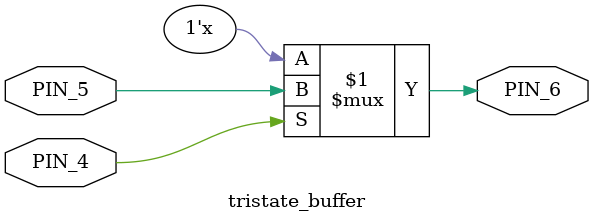
<source format=v>
/*`define IN PIN_4
`define EN PIN_5
`define OUT PIN_6
*/

module tristate_buffer(
  input PIN_4, PIN_5,
  output PIN_6);

  wire PIN_6;

  assign PIN_6 = PIN_4 ? PIN_5 : 1'bz;

  endmodule

</source>
